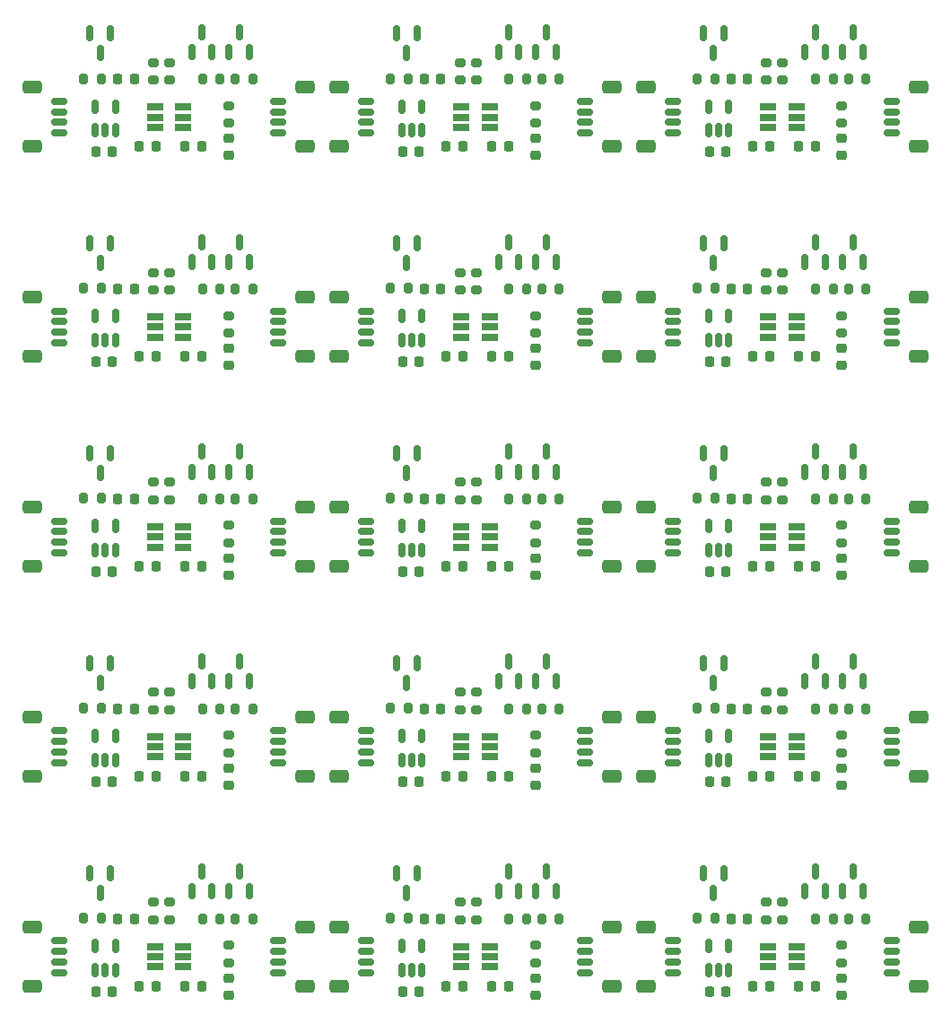
<source format=gbr>
%TF.GenerationSoftware,KiCad,Pcbnew,7.0.1*%
%TF.CreationDate,2025-06-24T16:32:56+07:00*%
%TF.ProjectId,panelize,70616e65-6c69-47a6-952e-6b696361645f,rev?*%
%TF.SameCoordinates,Original*%
%TF.FileFunction,Paste,Top*%
%TF.FilePolarity,Positive*%
%FSLAX46Y46*%
G04 Gerber Fmt 4.6, Leading zero omitted, Abs format (unit mm)*
G04 Created by KiCad (PCBNEW 7.0.1) date 2025-06-24 16:32:56*
%MOMM*%
%LPD*%
G01*
G04 APERTURE LIST*
G04 Aperture macros list*
%AMRoundRect*
0 Rectangle with rounded corners*
0 $1 Rounding radius*
0 $2 $3 $4 $5 $6 $7 $8 $9 X,Y pos of 4 corners*
0 Add a 4 corners polygon primitive as box body*
4,1,4,$2,$3,$4,$5,$6,$7,$8,$9,$2,$3,0*
0 Add four circle primitives for the rounded corners*
1,1,$1+$1,$2,$3*
1,1,$1+$1,$4,$5*
1,1,$1+$1,$6,$7*
1,1,$1+$1,$8,$9*
0 Add four rect primitives between the rounded corners*
20,1,$1+$1,$2,$3,$4,$5,0*
20,1,$1+$1,$4,$5,$6,$7,0*
20,1,$1+$1,$6,$7,$8,$9,0*
20,1,$1+$1,$8,$9,$2,$3,0*%
G04 Aperture macros list end*
%ADD10RoundRect,0.150000X0.625000X-0.150000X0.625000X0.150000X-0.625000X0.150000X-0.625000X-0.150000X0*%
%ADD11RoundRect,0.250000X0.650000X-0.350000X0.650000X0.350000X-0.650000X0.350000X-0.650000X-0.350000X0*%
%ADD12RoundRect,0.150000X0.150000X-0.512500X0.150000X0.512500X-0.150000X0.512500X-0.150000X-0.512500X0*%
%ADD13RoundRect,0.200000X0.200000X0.275000X-0.200000X0.275000X-0.200000X-0.275000X0.200000X-0.275000X0*%
%ADD14RoundRect,0.200000X-0.200000X-0.275000X0.200000X-0.275000X0.200000X0.275000X-0.200000X0.275000X0*%
%ADD15RoundRect,0.150000X0.150000X-0.587500X0.150000X0.587500X-0.150000X0.587500X-0.150000X-0.587500X0*%
%ADD16RoundRect,0.225000X-0.225000X-0.250000X0.225000X-0.250000X0.225000X0.250000X-0.225000X0.250000X0*%
%ADD17RoundRect,0.150000X-0.625000X0.150000X-0.625000X-0.150000X0.625000X-0.150000X0.625000X0.150000X0*%
%ADD18RoundRect,0.250000X-0.650000X0.350000X-0.650000X-0.350000X0.650000X-0.350000X0.650000X0.350000X0*%
%ADD19RoundRect,0.200000X-0.275000X0.200000X-0.275000X-0.200000X0.275000X-0.200000X0.275000X0.200000X0*%
%ADD20R,1.560000X0.650000*%
%ADD21RoundRect,0.225000X0.225000X0.250000X-0.225000X0.250000X-0.225000X-0.250000X0.225000X-0.250000X0*%
%ADD22RoundRect,0.218750X0.256250X-0.218750X0.256250X0.218750X-0.256250X0.218750X-0.256250X-0.218750X0*%
%ADD23RoundRect,0.150000X-0.150000X0.587500X-0.150000X-0.587500X0.150000X-0.587500X0.150000X0.587500X0*%
G04 APERTURE END LIST*
D10*
%TO.C,J55*%
X175756500Y-153228000D03*
X175756500Y-152228000D03*
X175756500Y-151228000D03*
X175756500Y-150228000D03*
D11*
X173231500Y-154528000D03*
X173231500Y-148928000D03*
%TD*%
D12*
%TO.C,U38*%
X179174000Y-152993500D03*
X180124000Y-152993500D03*
X181074000Y-152993500D03*
X181074000Y-150718500D03*
X179174000Y-150718500D03*
%TD*%
D13*
%TO.C,R114*%
X179749000Y-148096000D03*
X178099000Y-148096000D03*
%TD*%
D14*
%TO.C,R111*%
X192379000Y-148126000D03*
X194029000Y-148126000D03*
%TD*%
D15*
%TO.C,Q55*%
X188284000Y-145576000D03*
X190184000Y-145576000D03*
X189234000Y-143701000D03*
%TD*%
D16*
%TO.C,C73*%
X179244500Y-155030000D03*
X180794500Y-155030000D03*
%TD*%
D15*
%TO.C,Q56*%
X191824000Y-145576000D03*
X193724000Y-145576000D03*
X192774000Y-143701000D03*
%TD*%
D17*
%TO.C,J56*%
X196474500Y-150228000D03*
X196474500Y-151228000D03*
X196474500Y-152228000D03*
X196474500Y-153228000D03*
D18*
X198999500Y-148928000D03*
X198999500Y-154528000D03*
%TD*%
D19*
%TO.C,R109*%
X191750000Y-150649000D03*
X191750000Y-152299000D03*
%TD*%
D14*
%TO.C,R110*%
X189289000Y-148126000D03*
X190939000Y-148126000D03*
%TD*%
D19*
%TO.C,R113*%
X186162000Y-146585000D03*
X186162000Y-148235000D03*
%TD*%
D20*
%TO.C,U37*%
X184804000Y-150786000D03*
X184804000Y-151736000D03*
X184804000Y-152686000D03*
X187504000Y-152686000D03*
X187504000Y-151736000D03*
X187504000Y-150786000D03*
%TD*%
D16*
%TO.C,C74*%
X181309000Y-148146000D03*
X182859000Y-148146000D03*
%TD*%
D19*
%TO.C,R112*%
X184638000Y-146585000D03*
X184638000Y-148235000D03*
%TD*%
D21*
%TO.C,C76*%
X189223000Y-154522000D03*
X187673000Y-154522000D03*
%TD*%
%TO.C,C75*%
X184905000Y-154522000D03*
X183355000Y-154522000D03*
%TD*%
D22*
%TO.C,D19*%
X191750000Y-155335000D03*
X191750000Y-153760000D03*
%TD*%
D23*
%TO.C,Q57*%
X180592500Y-143808500D03*
X178692500Y-143808500D03*
X179642500Y-145683500D03*
%TD*%
D10*
%TO.C,J52*%
X146808500Y-153228000D03*
X146808500Y-152228000D03*
X146808500Y-151228000D03*
X146808500Y-150228000D03*
D11*
X144283500Y-154528000D03*
X144283500Y-148928000D03*
%TD*%
D12*
%TO.C,U36*%
X150226000Y-152993500D03*
X151176000Y-152993500D03*
X152126000Y-152993500D03*
X152126000Y-150718500D03*
X150226000Y-150718500D03*
%TD*%
D13*
%TO.C,R108*%
X150801000Y-148096000D03*
X149151000Y-148096000D03*
%TD*%
D15*
%TO.C,Q52*%
X159336000Y-145576000D03*
X161236000Y-145576000D03*
X160286000Y-143701000D03*
%TD*%
D16*
%TO.C,C69*%
X150296500Y-155030000D03*
X151846500Y-155030000D03*
%TD*%
D17*
%TO.C,J53*%
X167526500Y-150228000D03*
X167526500Y-151228000D03*
X167526500Y-152228000D03*
X167526500Y-153228000D03*
D18*
X170051500Y-148928000D03*
X170051500Y-154528000D03*
%TD*%
D21*
%TO.C,C72*%
X160275000Y-154522000D03*
X158725000Y-154522000D03*
%TD*%
D15*
%TO.C,Q53*%
X162876000Y-145576000D03*
X164776000Y-145576000D03*
X163826000Y-143701000D03*
%TD*%
D19*
%TO.C,R103*%
X162802000Y-150649000D03*
X162802000Y-152299000D03*
%TD*%
D14*
%TO.C,R104*%
X160341000Y-148126000D03*
X161991000Y-148126000D03*
%TD*%
D19*
%TO.C,R107*%
X157214000Y-146585000D03*
X157214000Y-148235000D03*
%TD*%
D20*
%TO.C,U35*%
X155856000Y-150786000D03*
X155856000Y-151736000D03*
X155856000Y-152686000D03*
X158556000Y-152686000D03*
X158556000Y-151736000D03*
X158556000Y-150786000D03*
%TD*%
D16*
%TO.C,C70*%
X152361000Y-148146000D03*
X153911000Y-148146000D03*
%TD*%
D19*
%TO.C,R106*%
X155690000Y-146585000D03*
X155690000Y-148235000D03*
%TD*%
D14*
%TO.C,R105*%
X163431000Y-148126000D03*
X165081000Y-148126000D03*
%TD*%
D23*
%TO.C,Q54*%
X151644500Y-143808500D03*
X149744500Y-143808500D03*
X150694500Y-145683500D03*
%TD*%
D21*
%TO.C,C71*%
X155957000Y-154522000D03*
X154407000Y-154522000D03*
%TD*%
D22*
%TO.C,D18*%
X162802000Y-155335000D03*
X162802000Y-153760000D03*
%TD*%
D10*
%TO.C,J49*%
X117860500Y-153228000D03*
X117860500Y-152228000D03*
X117860500Y-151228000D03*
X117860500Y-150228000D03*
D11*
X115335500Y-154528000D03*
X115335500Y-148928000D03*
%TD*%
D12*
%TO.C,U34*%
X121278000Y-152993500D03*
X122228000Y-152993500D03*
X123178000Y-152993500D03*
X123178000Y-150718500D03*
X121278000Y-150718500D03*
%TD*%
D13*
%TO.C,R102*%
X121853000Y-148096000D03*
X120203000Y-148096000D03*
%TD*%
D15*
%TO.C,Q49*%
X130388000Y-145576000D03*
X132288000Y-145576000D03*
X131338000Y-143701000D03*
%TD*%
D16*
%TO.C,C65*%
X121348500Y-155030000D03*
X122898500Y-155030000D03*
%TD*%
D17*
%TO.C,J50*%
X138578500Y-150228000D03*
X138578500Y-151228000D03*
X138578500Y-152228000D03*
X138578500Y-153228000D03*
D18*
X141103500Y-148928000D03*
X141103500Y-154528000D03*
%TD*%
D15*
%TO.C,Q50*%
X133928000Y-145576000D03*
X135828000Y-145576000D03*
X134878000Y-143701000D03*
%TD*%
D19*
%TO.C,R97*%
X133854000Y-150649000D03*
X133854000Y-152299000D03*
%TD*%
D14*
%TO.C,R98*%
X131393000Y-148126000D03*
X133043000Y-148126000D03*
%TD*%
D19*
%TO.C,R101*%
X128266000Y-146585000D03*
X128266000Y-148235000D03*
%TD*%
D16*
%TO.C,C66*%
X123413000Y-148146000D03*
X124963000Y-148146000D03*
%TD*%
D21*
%TO.C,C68*%
X131327000Y-154522000D03*
X129777000Y-154522000D03*
%TD*%
D19*
%TO.C,R100*%
X126742000Y-146585000D03*
X126742000Y-148235000D03*
%TD*%
D14*
%TO.C,R99*%
X134483000Y-148126000D03*
X136133000Y-148126000D03*
%TD*%
D20*
%TO.C,U33*%
X126908000Y-150786000D03*
X126908000Y-151736000D03*
X126908000Y-152686000D03*
X129608000Y-152686000D03*
X129608000Y-151736000D03*
X129608000Y-150786000D03*
%TD*%
D23*
%TO.C,Q51*%
X122696500Y-143808500D03*
X120796500Y-143808500D03*
X121746500Y-145683500D03*
%TD*%
D21*
%TO.C,C67*%
X127009000Y-154522000D03*
X125459000Y-154522000D03*
%TD*%
D22*
%TO.C,D17*%
X133854000Y-155335000D03*
X133854000Y-153760000D03*
%TD*%
D10*
%TO.C,J43*%
X175756500Y-133424000D03*
X175756500Y-132424000D03*
X175756500Y-131424000D03*
X175756500Y-130424000D03*
D11*
X173231500Y-134724000D03*
X173231500Y-129124000D03*
%TD*%
D12*
%TO.C,U30*%
X179174000Y-133189500D03*
X180124000Y-133189500D03*
X181074000Y-133189500D03*
X181074000Y-130914500D03*
X179174000Y-130914500D03*
%TD*%
D13*
%TO.C,R90*%
X179749000Y-128292000D03*
X178099000Y-128292000D03*
%TD*%
D14*
%TO.C,R87*%
X192379000Y-128322000D03*
X194029000Y-128322000D03*
%TD*%
D15*
%TO.C,Q43*%
X188284000Y-125772000D03*
X190184000Y-125772000D03*
X189234000Y-123897000D03*
%TD*%
D16*
%TO.C,C57*%
X179244500Y-135226000D03*
X180794500Y-135226000D03*
%TD*%
D17*
%TO.C,J44*%
X196474500Y-130424000D03*
X196474500Y-131424000D03*
X196474500Y-132424000D03*
X196474500Y-133424000D03*
D18*
X198999500Y-129124000D03*
X198999500Y-134724000D03*
%TD*%
D21*
%TO.C,C60*%
X189223000Y-134718000D03*
X187673000Y-134718000D03*
%TD*%
D15*
%TO.C,Q44*%
X191824000Y-125772000D03*
X193724000Y-125772000D03*
X192774000Y-123897000D03*
%TD*%
D14*
%TO.C,R86*%
X189289000Y-128322000D03*
X190939000Y-128322000D03*
%TD*%
D19*
%TO.C,R89*%
X186162000Y-126781000D03*
X186162000Y-128431000D03*
%TD*%
D20*
%TO.C,U29*%
X184804000Y-130982000D03*
X184804000Y-131932000D03*
X184804000Y-132882000D03*
X187504000Y-132882000D03*
X187504000Y-131932000D03*
X187504000Y-130982000D03*
%TD*%
D16*
%TO.C,C58*%
X181309000Y-128342000D03*
X182859000Y-128342000D03*
%TD*%
D19*
%TO.C,R88*%
X184638000Y-126781000D03*
X184638000Y-128431000D03*
%TD*%
%TO.C,R85*%
X191750000Y-130845000D03*
X191750000Y-132495000D03*
%TD*%
D23*
%TO.C,Q45*%
X180592500Y-124004500D03*
X178692500Y-124004500D03*
X179642500Y-125879500D03*
%TD*%
D21*
%TO.C,C59*%
X184905000Y-134718000D03*
X183355000Y-134718000D03*
%TD*%
D22*
%TO.C,D15*%
X191750000Y-135531000D03*
X191750000Y-133956000D03*
%TD*%
D12*
%TO.C,U28*%
X150226000Y-133189500D03*
X151176000Y-133189500D03*
X152126000Y-133189500D03*
X152126000Y-130914500D03*
X150226000Y-130914500D03*
%TD*%
D13*
%TO.C,R84*%
X150801000Y-128292000D03*
X149151000Y-128292000D03*
%TD*%
D14*
%TO.C,R81*%
X163431000Y-128322000D03*
X165081000Y-128322000D03*
%TD*%
D16*
%TO.C,C53*%
X150296500Y-135226000D03*
X151846500Y-135226000D03*
%TD*%
D15*
%TO.C,Q41*%
X162876000Y-125772000D03*
X164776000Y-125772000D03*
X163826000Y-123897000D03*
%TD*%
D19*
%TO.C,R79*%
X162802000Y-130845000D03*
X162802000Y-132495000D03*
%TD*%
D14*
%TO.C,R80*%
X160341000Y-128322000D03*
X161991000Y-128322000D03*
%TD*%
D19*
%TO.C,R83*%
X157214000Y-126781000D03*
X157214000Y-128431000D03*
%TD*%
D16*
%TO.C,C54*%
X152361000Y-128342000D03*
X153911000Y-128342000D03*
%TD*%
D15*
%TO.C,Q40*%
X159336000Y-125772000D03*
X161236000Y-125772000D03*
X160286000Y-123897000D03*
%TD*%
D19*
%TO.C,R82*%
X155690000Y-126781000D03*
X155690000Y-128431000D03*
%TD*%
D21*
%TO.C,C56*%
X160275000Y-134718000D03*
X158725000Y-134718000D03*
%TD*%
D20*
%TO.C,U27*%
X155856000Y-130982000D03*
X155856000Y-131932000D03*
X155856000Y-132882000D03*
X158556000Y-132882000D03*
X158556000Y-131932000D03*
X158556000Y-130982000D03*
%TD*%
D10*
%TO.C,J40*%
X146808500Y-133424000D03*
X146808500Y-132424000D03*
X146808500Y-131424000D03*
X146808500Y-130424000D03*
D11*
X144283500Y-134724000D03*
X144283500Y-129124000D03*
%TD*%
D17*
%TO.C,J41*%
X167526500Y-130424000D03*
X167526500Y-131424000D03*
X167526500Y-132424000D03*
X167526500Y-133424000D03*
D18*
X170051500Y-129124000D03*
X170051500Y-134724000D03*
%TD*%
D23*
%TO.C,Q42*%
X151644500Y-124004500D03*
X149744500Y-124004500D03*
X150694500Y-125879500D03*
%TD*%
D21*
%TO.C,C55*%
X155957000Y-134718000D03*
X154407000Y-134718000D03*
%TD*%
D22*
%TO.C,D14*%
X162802000Y-135531000D03*
X162802000Y-133956000D03*
%TD*%
D10*
%TO.C,J37*%
X117860500Y-133424000D03*
X117860500Y-132424000D03*
X117860500Y-131424000D03*
X117860500Y-130424000D03*
D11*
X115335500Y-134724000D03*
X115335500Y-129124000D03*
%TD*%
D13*
%TO.C,R78*%
X121853000Y-128292000D03*
X120203000Y-128292000D03*
%TD*%
D14*
%TO.C,R75*%
X134483000Y-128322000D03*
X136133000Y-128322000D03*
%TD*%
D15*
%TO.C,Q37*%
X130388000Y-125772000D03*
X132288000Y-125772000D03*
X131338000Y-123897000D03*
%TD*%
D16*
%TO.C,C49*%
X121348500Y-135226000D03*
X122898500Y-135226000D03*
%TD*%
D17*
%TO.C,J38*%
X138578500Y-130424000D03*
X138578500Y-131424000D03*
X138578500Y-132424000D03*
X138578500Y-133424000D03*
D18*
X141103500Y-129124000D03*
X141103500Y-134724000D03*
%TD*%
D19*
%TO.C,R73*%
X133854000Y-130845000D03*
X133854000Y-132495000D03*
%TD*%
D14*
%TO.C,R74*%
X131393000Y-128322000D03*
X133043000Y-128322000D03*
%TD*%
D20*
%TO.C,U25*%
X126908000Y-130982000D03*
X126908000Y-131932000D03*
X126908000Y-132882000D03*
X129608000Y-132882000D03*
X129608000Y-131932000D03*
X129608000Y-130982000D03*
%TD*%
D16*
%TO.C,C50*%
X123413000Y-128342000D03*
X124963000Y-128342000D03*
%TD*%
D12*
%TO.C,U26*%
X121278000Y-133189500D03*
X122228000Y-133189500D03*
X123178000Y-133189500D03*
X123178000Y-130914500D03*
X121278000Y-130914500D03*
%TD*%
D15*
%TO.C,Q38*%
X133928000Y-125772000D03*
X135828000Y-125772000D03*
X134878000Y-123897000D03*
%TD*%
D19*
%TO.C,R76*%
X126742000Y-126781000D03*
X126742000Y-128431000D03*
%TD*%
%TO.C,R77*%
X128266000Y-126781000D03*
X128266000Y-128431000D03*
%TD*%
D21*
%TO.C,C52*%
X131327000Y-134718000D03*
X129777000Y-134718000D03*
%TD*%
D23*
%TO.C,Q39*%
X122696500Y-124004500D03*
X120796500Y-124004500D03*
X121746500Y-125879500D03*
%TD*%
D21*
%TO.C,C51*%
X127009000Y-134718000D03*
X125459000Y-134718000D03*
%TD*%
D22*
%TO.C,D13*%
X133854000Y-135531000D03*
X133854000Y-133956000D03*
%TD*%
D10*
%TO.C,J31*%
X175756500Y-113620000D03*
X175756500Y-112620000D03*
X175756500Y-111620000D03*
X175756500Y-110620000D03*
D11*
X173231500Y-114920000D03*
X173231500Y-109320000D03*
%TD*%
D12*
%TO.C,U22*%
X179174000Y-113385500D03*
X180124000Y-113385500D03*
X181074000Y-113385500D03*
X181074000Y-111110500D03*
X179174000Y-111110500D03*
%TD*%
D13*
%TO.C,R66*%
X179749000Y-108488000D03*
X178099000Y-108488000D03*
%TD*%
D14*
%TO.C,R63*%
X192379000Y-108518000D03*
X194029000Y-108518000D03*
%TD*%
D15*
%TO.C,Q31*%
X188284000Y-105968000D03*
X190184000Y-105968000D03*
X189234000Y-104093000D03*
%TD*%
D16*
%TO.C,C41*%
X179244500Y-115422000D03*
X180794500Y-115422000D03*
%TD*%
D15*
%TO.C,Q32*%
X191824000Y-105968000D03*
X193724000Y-105968000D03*
X192774000Y-104093000D03*
%TD*%
D19*
%TO.C,R61*%
X191750000Y-111041000D03*
X191750000Y-112691000D03*
%TD*%
D14*
%TO.C,R62*%
X189289000Y-108518000D03*
X190939000Y-108518000D03*
%TD*%
D19*
%TO.C,R65*%
X186162000Y-106977000D03*
X186162000Y-108627000D03*
%TD*%
D20*
%TO.C,U21*%
X184804000Y-111178000D03*
X184804000Y-112128000D03*
X184804000Y-113078000D03*
X187504000Y-113078000D03*
X187504000Y-112128000D03*
X187504000Y-111178000D03*
%TD*%
D16*
%TO.C,C42*%
X181309000Y-108538000D03*
X182859000Y-108538000D03*
%TD*%
D19*
%TO.C,R64*%
X184638000Y-106977000D03*
X184638000Y-108627000D03*
%TD*%
D17*
%TO.C,J32*%
X196474500Y-110620000D03*
X196474500Y-111620000D03*
X196474500Y-112620000D03*
X196474500Y-113620000D03*
D18*
X198999500Y-109320000D03*
X198999500Y-114920000D03*
%TD*%
D21*
%TO.C,C44*%
X189223000Y-114914000D03*
X187673000Y-114914000D03*
%TD*%
D23*
%TO.C,Q33*%
X180592500Y-104200500D03*
X178692500Y-104200500D03*
X179642500Y-106075500D03*
%TD*%
D21*
%TO.C,C43*%
X184905000Y-114914000D03*
X183355000Y-114914000D03*
%TD*%
D22*
%TO.C,D11*%
X191750000Y-115727000D03*
X191750000Y-114152000D03*
%TD*%
D10*
%TO.C,J28*%
X146808500Y-113620000D03*
X146808500Y-112620000D03*
X146808500Y-111620000D03*
X146808500Y-110620000D03*
D11*
X144283500Y-114920000D03*
X144283500Y-109320000D03*
%TD*%
D12*
%TO.C,U20*%
X150226000Y-113385500D03*
X151176000Y-113385500D03*
X152126000Y-113385500D03*
X152126000Y-111110500D03*
X150226000Y-111110500D03*
%TD*%
D14*
%TO.C,R57*%
X163431000Y-108518000D03*
X165081000Y-108518000D03*
%TD*%
D16*
%TO.C,C37*%
X150296500Y-115422000D03*
X151846500Y-115422000D03*
%TD*%
D17*
%TO.C,J29*%
X167526500Y-110620000D03*
X167526500Y-111620000D03*
X167526500Y-112620000D03*
X167526500Y-113620000D03*
D18*
X170051500Y-109320000D03*
X170051500Y-114920000D03*
%TD*%
D21*
%TO.C,C40*%
X160275000Y-114914000D03*
X158725000Y-114914000D03*
%TD*%
D15*
%TO.C,Q29*%
X162876000Y-105968000D03*
X164776000Y-105968000D03*
X163826000Y-104093000D03*
%TD*%
D19*
%TO.C,R55*%
X162802000Y-111041000D03*
X162802000Y-112691000D03*
%TD*%
D14*
%TO.C,R56*%
X160341000Y-108518000D03*
X161991000Y-108518000D03*
%TD*%
D19*
%TO.C,R59*%
X157214000Y-106977000D03*
X157214000Y-108627000D03*
%TD*%
D20*
%TO.C,U19*%
X155856000Y-111178000D03*
X155856000Y-112128000D03*
X155856000Y-113078000D03*
X158556000Y-113078000D03*
X158556000Y-112128000D03*
X158556000Y-111178000D03*
%TD*%
D16*
%TO.C,C38*%
X152361000Y-108538000D03*
X153911000Y-108538000D03*
%TD*%
D19*
%TO.C,R58*%
X155690000Y-106977000D03*
X155690000Y-108627000D03*
%TD*%
D15*
%TO.C,Q28*%
X159336000Y-105968000D03*
X161236000Y-105968000D03*
X160286000Y-104093000D03*
%TD*%
D13*
%TO.C,R60*%
X150801000Y-108488000D03*
X149151000Y-108488000D03*
%TD*%
D23*
%TO.C,Q30*%
X151644500Y-104200500D03*
X149744500Y-104200500D03*
X150694500Y-106075500D03*
%TD*%
D21*
%TO.C,C39*%
X155957000Y-114914000D03*
X154407000Y-114914000D03*
%TD*%
D22*
%TO.C,D10*%
X162802000Y-115727000D03*
X162802000Y-114152000D03*
%TD*%
D10*
%TO.C,J25*%
X117860500Y-113620000D03*
X117860500Y-112620000D03*
X117860500Y-111620000D03*
X117860500Y-110620000D03*
D11*
X115335500Y-114920000D03*
X115335500Y-109320000D03*
%TD*%
D12*
%TO.C,U18*%
X121278000Y-113385500D03*
X122228000Y-113385500D03*
X123178000Y-113385500D03*
X123178000Y-111110500D03*
X121278000Y-111110500D03*
%TD*%
D14*
%TO.C,R51*%
X134483000Y-108518000D03*
X136133000Y-108518000D03*
%TD*%
D15*
%TO.C,Q25*%
X130388000Y-105968000D03*
X132288000Y-105968000D03*
X131338000Y-104093000D03*
%TD*%
D21*
%TO.C,C36*%
X131327000Y-114914000D03*
X129777000Y-114914000D03*
%TD*%
D15*
%TO.C,Q26*%
X133928000Y-105968000D03*
X135828000Y-105968000D03*
X134878000Y-104093000D03*
%TD*%
D19*
%TO.C,R49*%
X133854000Y-111041000D03*
X133854000Y-112691000D03*
%TD*%
D14*
%TO.C,R50*%
X131393000Y-108518000D03*
X133043000Y-108518000D03*
%TD*%
D19*
%TO.C,R53*%
X128266000Y-106977000D03*
X128266000Y-108627000D03*
%TD*%
D20*
%TO.C,U17*%
X126908000Y-111178000D03*
X126908000Y-112128000D03*
X126908000Y-113078000D03*
X129608000Y-113078000D03*
X129608000Y-112128000D03*
X129608000Y-111178000D03*
%TD*%
D16*
%TO.C,C33*%
X121348500Y-115422000D03*
X122898500Y-115422000D03*
%TD*%
%TO.C,C34*%
X123413000Y-108538000D03*
X124963000Y-108538000D03*
%TD*%
D19*
%TO.C,R52*%
X126742000Y-106977000D03*
X126742000Y-108627000D03*
%TD*%
D17*
%TO.C,J26*%
X138578500Y-110620000D03*
X138578500Y-111620000D03*
X138578500Y-112620000D03*
X138578500Y-113620000D03*
D18*
X141103500Y-109320000D03*
X141103500Y-114920000D03*
%TD*%
D13*
%TO.C,R54*%
X121853000Y-108488000D03*
X120203000Y-108488000D03*
%TD*%
D23*
%TO.C,Q27*%
X122696500Y-104200500D03*
X120796500Y-104200500D03*
X121746500Y-106075500D03*
%TD*%
D21*
%TO.C,C35*%
X127009000Y-114914000D03*
X125459000Y-114914000D03*
%TD*%
D22*
%TO.C,D9*%
X133854000Y-115727000D03*
X133854000Y-114152000D03*
%TD*%
D10*
%TO.C,J19*%
X175756500Y-93816000D03*
X175756500Y-92816000D03*
X175756500Y-91816000D03*
X175756500Y-90816000D03*
D11*
X173231500Y-95116000D03*
X173231500Y-89516000D03*
%TD*%
D12*
%TO.C,U14*%
X179174000Y-93581500D03*
X180124000Y-93581500D03*
X181074000Y-93581500D03*
X181074000Y-91306500D03*
X179174000Y-91306500D03*
%TD*%
D13*
%TO.C,R42*%
X179749000Y-88684000D03*
X178099000Y-88684000D03*
%TD*%
D14*
%TO.C,R39*%
X192379000Y-88714000D03*
X194029000Y-88714000D03*
%TD*%
D15*
%TO.C,Q19*%
X188284000Y-86164000D03*
X190184000Y-86164000D03*
X189234000Y-84289000D03*
%TD*%
D16*
%TO.C,C25*%
X179244500Y-95618000D03*
X180794500Y-95618000D03*
%TD*%
D21*
%TO.C,C28*%
X189223000Y-95110000D03*
X187673000Y-95110000D03*
%TD*%
D19*
%TO.C,R37*%
X191750000Y-91237000D03*
X191750000Y-92887000D03*
%TD*%
D14*
%TO.C,R38*%
X189289000Y-88714000D03*
X190939000Y-88714000D03*
%TD*%
D19*
%TO.C,R41*%
X186162000Y-87173000D03*
X186162000Y-88823000D03*
%TD*%
D20*
%TO.C,U13*%
X184804000Y-91374000D03*
X184804000Y-92324000D03*
X184804000Y-93274000D03*
X187504000Y-93274000D03*
X187504000Y-92324000D03*
X187504000Y-91374000D03*
%TD*%
D16*
%TO.C,C26*%
X181309000Y-88734000D03*
X182859000Y-88734000D03*
%TD*%
D19*
%TO.C,R40*%
X184638000Y-87173000D03*
X184638000Y-88823000D03*
%TD*%
D17*
%TO.C,J20*%
X196474500Y-90816000D03*
X196474500Y-91816000D03*
X196474500Y-92816000D03*
X196474500Y-93816000D03*
D18*
X198999500Y-89516000D03*
X198999500Y-95116000D03*
%TD*%
D15*
%TO.C,Q20*%
X191824000Y-86164000D03*
X193724000Y-86164000D03*
X192774000Y-84289000D03*
%TD*%
D23*
%TO.C,Q21*%
X180592500Y-84396500D03*
X178692500Y-84396500D03*
X179642500Y-86271500D03*
%TD*%
D21*
%TO.C,C27*%
X184905000Y-95110000D03*
X183355000Y-95110000D03*
%TD*%
D22*
%TO.C,D7*%
X191750000Y-95923000D03*
X191750000Y-94348000D03*
%TD*%
D10*
%TO.C,J16*%
X146808500Y-93816000D03*
X146808500Y-92816000D03*
X146808500Y-91816000D03*
X146808500Y-90816000D03*
D11*
X144283500Y-95116000D03*
X144283500Y-89516000D03*
%TD*%
D13*
%TO.C,R36*%
X150801000Y-88684000D03*
X149151000Y-88684000D03*
%TD*%
D14*
%TO.C,R33*%
X163431000Y-88714000D03*
X165081000Y-88714000D03*
%TD*%
D15*
%TO.C,Q16*%
X159336000Y-86164000D03*
X161236000Y-86164000D03*
X160286000Y-84289000D03*
%TD*%
D16*
%TO.C,C21*%
X150296500Y-95618000D03*
X151846500Y-95618000D03*
%TD*%
D17*
%TO.C,J17*%
X167526500Y-90816000D03*
X167526500Y-91816000D03*
X167526500Y-92816000D03*
X167526500Y-93816000D03*
D18*
X170051500Y-89516000D03*
X170051500Y-95116000D03*
%TD*%
D21*
%TO.C,C24*%
X160275000Y-95110000D03*
X158725000Y-95110000D03*
%TD*%
D19*
%TO.C,R31*%
X162802000Y-91237000D03*
X162802000Y-92887000D03*
%TD*%
D14*
%TO.C,R32*%
X160341000Y-88714000D03*
X161991000Y-88714000D03*
%TD*%
D19*
%TO.C,R35*%
X157214000Y-87173000D03*
X157214000Y-88823000D03*
%TD*%
D20*
%TO.C,U11*%
X155856000Y-91374000D03*
X155856000Y-92324000D03*
X155856000Y-93274000D03*
X158556000Y-93274000D03*
X158556000Y-92324000D03*
X158556000Y-91374000D03*
%TD*%
D16*
%TO.C,C22*%
X152361000Y-88734000D03*
X153911000Y-88734000D03*
%TD*%
D19*
%TO.C,R34*%
X155690000Y-87173000D03*
X155690000Y-88823000D03*
%TD*%
D12*
%TO.C,U12*%
X150226000Y-93581500D03*
X151176000Y-93581500D03*
X152126000Y-93581500D03*
X152126000Y-91306500D03*
X150226000Y-91306500D03*
%TD*%
D23*
%TO.C,Q18*%
X151644500Y-84396500D03*
X149744500Y-84396500D03*
X150694500Y-86271500D03*
%TD*%
D21*
%TO.C,C23*%
X155957000Y-95110000D03*
X154407000Y-95110000D03*
%TD*%
D22*
%TO.C,D6*%
X162802000Y-95923000D03*
X162802000Y-94348000D03*
%TD*%
D15*
%TO.C,Q17*%
X162876000Y-86164000D03*
X164776000Y-86164000D03*
X163826000Y-84289000D03*
%TD*%
D10*
%TO.C,J13*%
X117860500Y-93816000D03*
X117860500Y-92816000D03*
X117860500Y-91816000D03*
X117860500Y-90816000D03*
D11*
X115335500Y-95116000D03*
X115335500Y-89516000D03*
%TD*%
D12*
%TO.C,U10*%
X121278000Y-93581500D03*
X122228000Y-93581500D03*
X123178000Y-93581500D03*
X123178000Y-91306500D03*
X121278000Y-91306500D03*
%TD*%
D14*
%TO.C,R27*%
X134483000Y-88714000D03*
X136133000Y-88714000D03*
%TD*%
D16*
%TO.C,C17*%
X121348500Y-95618000D03*
X122898500Y-95618000D03*
%TD*%
D21*
%TO.C,C20*%
X131327000Y-95110000D03*
X129777000Y-95110000D03*
%TD*%
D19*
%TO.C,R25*%
X133854000Y-91237000D03*
X133854000Y-92887000D03*
%TD*%
%TO.C,R29*%
X128266000Y-87173000D03*
X128266000Y-88823000D03*
%TD*%
D20*
%TO.C,U9*%
X126908000Y-91374000D03*
X126908000Y-92324000D03*
X126908000Y-93274000D03*
X129608000Y-93274000D03*
X129608000Y-92324000D03*
X129608000Y-91374000D03*
%TD*%
D16*
%TO.C,C18*%
X123413000Y-88734000D03*
X124963000Y-88734000D03*
%TD*%
D19*
%TO.C,R28*%
X126742000Y-87173000D03*
X126742000Y-88823000D03*
%TD*%
D17*
%TO.C,J14*%
X138578500Y-90816000D03*
X138578500Y-91816000D03*
X138578500Y-92816000D03*
X138578500Y-93816000D03*
D18*
X141103500Y-89516000D03*
X141103500Y-95116000D03*
%TD*%
D14*
%TO.C,R26*%
X131393000Y-88714000D03*
X133043000Y-88714000D03*
%TD*%
D15*
%TO.C,Q14*%
X133928000Y-86164000D03*
X135828000Y-86164000D03*
X134878000Y-84289000D03*
%TD*%
%TO.C,Q13*%
X130388000Y-86164000D03*
X132288000Y-86164000D03*
X131338000Y-84289000D03*
%TD*%
D23*
%TO.C,Q15*%
X122696500Y-84396500D03*
X120796500Y-84396500D03*
X121746500Y-86271500D03*
%TD*%
D21*
%TO.C,C19*%
X127009000Y-95110000D03*
X125459000Y-95110000D03*
%TD*%
D22*
%TO.C,D5*%
X133854000Y-95923000D03*
X133854000Y-94348000D03*
%TD*%
D13*
%TO.C,R30*%
X121853000Y-88684000D03*
X120203000Y-88684000D03*
%TD*%
D10*
%TO.C,J7*%
X175756500Y-74012000D03*
X175756500Y-73012000D03*
X175756500Y-72012000D03*
X175756500Y-71012000D03*
D11*
X173231500Y-75312000D03*
X173231500Y-69712000D03*
%TD*%
D12*
%TO.C,U6*%
X179174000Y-73777500D03*
X180124000Y-73777500D03*
X181074000Y-73777500D03*
X181074000Y-71502500D03*
X179174000Y-71502500D03*
%TD*%
D13*
%TO.C,R18*%
X179749000Y-68880000D03*
X178099000Y-68880000D03*
%TD*%
D14*
%TO.C,R15*%
X192379000Y-68910000D03*
X194029000Y-68910000D03*
%TD*%
D15*
%TO.C,Q7*%
X188284000Y-66360000D03*
X190184000Y-66360000D03*
X189234000Y-64485000D03*
%TD*%
D16*
%TO.C,C9*%
X179244500Y-75814000D03*
X180794500Y-75814000D03*
%TD*%
D17*
%TO.C,J8*%
X196474500Y-71012000D03*
X196474500Y-72012000D03*
X196474500Y-73012000D03*
X196474500Y-74012000D03*
D18*
X198999500Y-69712000D03*
X198999500Y-75312000D03*
%TD*%
D15*
%TO.C,Q8*%
X191824000Y-66360000D03*
X193724000Y-66360000D03*
X192774000Y-64485000D03*
%TD*%
D19*
%TO.C,R13*%
X191750000Y-71433000D03*
X191750000Y-73083000D03*
%TD*%
D14*
%TO.C,R14*%
X189289000Y-68910000D03*
X190939000Y-68910000D03*
%TD*%
D19*
%TO.C,R17*%
X186162000Y-67369000D03*
X186162000Y-69019000D03*
%TD*%
D20*
%TO.C,U5*%
X184804000Y-71570000D03*
X184804000Y-72520000D03*
X184804000Y-73470000D03*
X187504000Y-73470000D03*
X187504000Y-72520000D03*
X187504000Y-71570000D03*
%TD*%
D19*
%TO.C,R16*%
X184638000Y-67369000D03*
X184638000Y-69019000D03*
%TD*%
D16*
%TO.C,C10*%
X181309000Y-68930000D03*
X182859000Y-68930000D03*
%TD*%
D21*
%TO.C,C12*%
X189223000Y-75306000D03*
X187673000Y-75306000D03*
%TD*%
D23*
%TO.C,Q9*%
X180592500Y-64592500D03*
X178692500Y-64592500D03*
X179642500Y-66467500D03*
%TD*%
D21*
%TO.C,C11*%
X184905000Y-75306000D03*
X183355000Y-75306000D03*
%TD*%
D22*
%TO.C,D3*%
X191750000Y-76119000D03*
X191750000Y-74544000D03*
%TD*%
D10*
%TO.C,J4*%
X146808500Y-74012000D03*
X146808500Y-73012000D03*
X146808500Y-72012000D03*
X146808500Y-71012000D03*
D11*
X144283500Y-75312000D03*
X144283500Y-69712000D03*
%TD*%
D12*
%TO.C,U4*%
X150226000Y-73777500D03*
X151176000Y-73777500D03*
X152126000Y-73777500D03*
X152126000Y-71502500D03*
X150226000Y-71502500D03*
%TD*%
D13*
%TO.C,R12*%
X150801000Y-68880000D03*
X149151000Y-68880000D03*
%TD*%
D14*
%TO.C,R9*%
X163431000Y-68910000D03*
X165081000Y-68910000D03*
%TD*%
D16*
%TO.C,C5*%
X150296500Y-75814000D03*
X151846500Y-75814000D03*
%TD*%
D17*
%TO.C,J5*%
X167526500Y-71012000D03*
X167526500Y-72012000D03*
X167526500Y-73012000D03*
X167526500Y-74012000D03*
D18*
X170051500Y-69712000D03*
X170051500Y-75312000D03*
%TD*%
D21*
%TO.C,C8*%
X160275000Y-75306000D03*
X158725000Y-75306000D03*
%TD*%
D15*
%TO.C,Q5*%
X162876000Y-66360000D03*
X164776000Y-66360000D03*
X163826000Y-64485000D03*
%TD*%
D14*
%TO.C,R8*%
X160341000Y-68910000D03*
X161991000Y-68910000D03*
%TD*%
D19*
%TO.C,R11*%
X157214000Y-67369000D03*
X157214000Y-69019000D03*
%TD*%
D20*
%TO.C,U3*%
X155856000Y-71570000D03*
X155856000Y-72520000D03*
X155856000Y-73470000D03*
X158556000Y-73470000D03*
X158556000Y-72520000D03*
X158556000Y-71570000D03*
%TD*%
D16*
%TO.C,C6*%
X152361000Y-68930000D03*
X153911000Y-68930000D03*
%TD*%
D19*
%TO.C,R10*%
X155690000Y-67369000D03*
X155690000Y-69019000D03*
%TD*%
D15*
%TO.C,Q4*%
X159336000Y-66360000D03*
X161236000Y-66360000D03*
X160286000Y-64485000D03*
%TD*%
D19*
%TO.C,R7*%
X162802000Y-71433000D03*
X162802000Y-73083000D03*
%TD*%
D23*
%TO.C,Q6*%
X151644500Y-64592500D03*
X149744500Y-64592500D03*
X150694500Y-66467500D03*
%TD*%
D21*
%TO.C,C7*%
X155957000Y-75306000D03*
X154407000Y-75306000D03*
%TD*%
D22*
%TO.C,D2*%
X162802000Y-76119000D03*
X162802000Y-74544000D03*
%TD*%
%TO.C,D1*%
X133854000Y-76119000D03*
X133854000Y-74544000D03*
%TD*%
D21*
%TO.C,C3*%
X127009000Y-75306000D03*
X125459000Y-75306000D03*
%TD*%
D23*
%TO.C,Q3*%
X122696500Y-64592500D03*
X120796500Y-64592500D03*
X121746500Y-66467500D03*
%TD*%
D16*
%TO.C,C2*%
X123413000Y-68930000D03*
X124963000Y-68930000D03*
%TD*%
D19*
%TO.C,R1*%
X133854000Y-71433000D03*
X133854000Y-73083000D03*
%TD*%
D14*
%TO.C,R2*%
X131393000Y-68910000D03*
X133043000Y-68910000D03*
%TD*%
D19*
%TO.C,R4*%
X126742000Y-67369000D03*
X126742000Y-69019000D03*
%TD*%
D20*
%TO.C,U1*%
X126908000Y-71570000D03*
X126908000Y-72520000D03*
X126908000Y-73470000D03*
X129608000Y-73470000D03*
X129608000Y-72520000D03*
X129608000Y-71570000D03*
%TD*%
D15*
%TO.C,Q2*%
X133928000Y-66360000D03*
X135828000Y-66360000D03*
X134878000Y-64485000D03*
%TD*%
D17*
%TO.C,J2*%
X138578500Y-71012000D03*
X138578500Y-72012000D03*
X138578500Y-73012000D03*
X138578500Y-74012000D03*
D18*
X141103500Y-69712000D03*
X141103500Y-75312000D03*
%TD*%
D16*
%TO.C,C1*%
X121348500Y-75814000D03*
X122898500Y-75814000D03*
%TD*%
D21*
%TO.C,C4*%
X131327000Y-75306000D03*
X129777000Y-75306000D03*
%TD*%
D19*
%TO.C,R5*%
X128266000Y-67369000D03*
X128266000Y-69019000D03*
%TD*%
D15*
%TO.C,Q1*%
X130388000Y-66360000D03*
X132288000Y-66360000D03*
X131338000Y-64485000D03*
%TD*%
D14*
%TO.C,R3*%
X134483000Y-68910000D03*
X136133000Y-68910000D03*
%TD*%
D10*
%TO.C,J1*%
X117860500Y-74012000D03*
X117860500Y-73012000D03*
X117860500Y-72012000D03*
X117860500Y-71012000D03*
D11*
X115335500Y-75312000D03*
X115335500Y-69712000D03*
%TD*%
D13*
%TO.C,R6*%
X121853000Y-68880000D03*
X120203000Y-68880000D03*
%TD*%
D12*
%TO.C,U2*%
X121278000Y-73777500D03*
X122228000Y-73777500D03*
X123178000Y-73777500D03*
X123178000Y-71502500D03*
X121278000Y-71502500D03*
%TD*%
M02*

</source>
